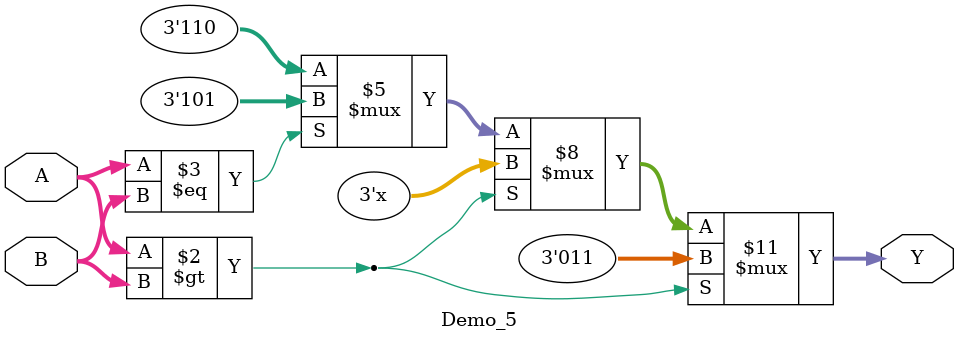
<source format=v>
`timescale 1ns / 1ps
module Demo_5(A,B,Y);
   input [3:0] A ;
   wire [3:0] A ;
   input [3:0] B ;
   wire [3:0] B ;
 
   output [2:0] Y ;
   reg [2:0] Y ;

 always @ ( A or B )
     begin 
         if ( A > B ) 
            Y = 3'b011;
         else if ( A == B)
            Y = 3'b101;        
			else 
             Y = 3'b110;
      end
endmodule
</source>
